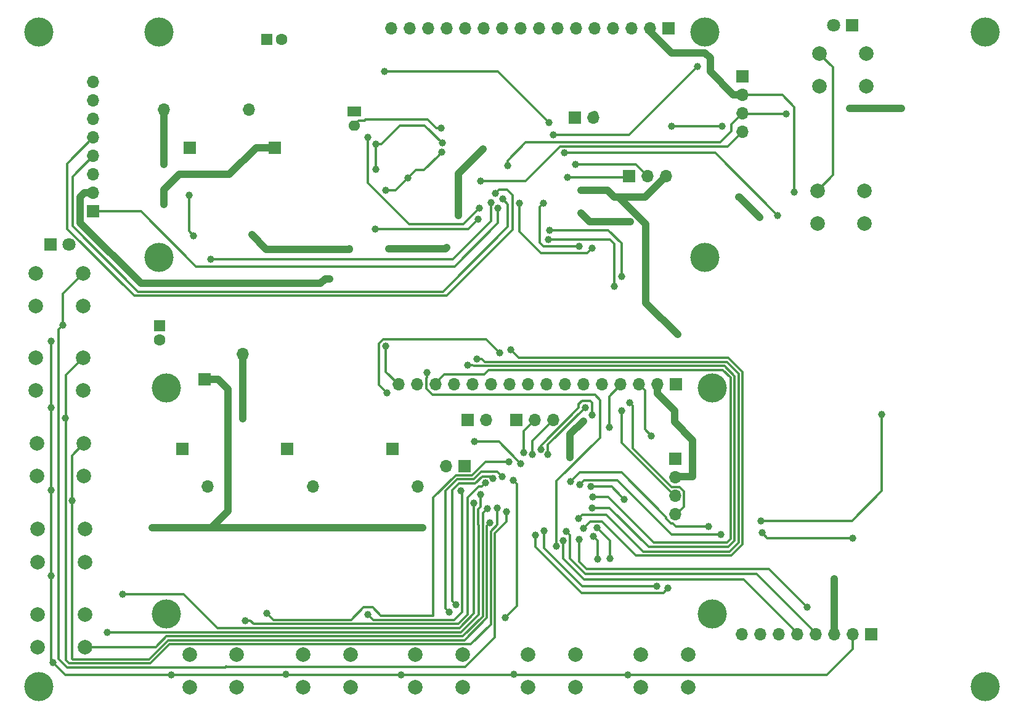
<source format=gbr>
G04 #@! TF.GenerationSoftware,KiCad,Pcbnew,(5.1.5-0-10_14)*
G04 #@! TF.CreationDate,2020-05-11T17:30:39+02:00*
G04 #@! TF.ProjectId,Main_Board_v1_1_smd,4d61696e-5f42-46f6-9172-645f76315f31,rev?*
G04 #@! TF.SameCoordinates,Original*
G04 #@! TF.FileFunction,Copper,L2,Bot*
G04 #@! TF.FilePolarity,Positive*
%FSLAX46Y46*%
G04 Gerber Fmt 4.6, Leading zero omitted, Abs format (unit mm)*
G04 Created by KiCad (PCBNEW (5.1.5-0-10_14)) date 2020-05-11 17:30:39*
%MOMM*%
%LPD*%
G04 APERTURE LIST*
%ADD10C,4.000000*%
%ADD11O,1.700000X1.700000*%
%ADD12R,1.700000X1.700000*%
%ADD13C,2.000000*%
%ADD14C,1.800000*%
%ADD15R,1.800000X1.800000*%
%ADD16R,1.900000X1.400000*%
%ADD17O,1.600000X1.400000*%
%ADD18C,1.600000*%
%ADD19R,1.600000X1.600000*%
%ADD20C,1.000000*%
%ADD21C,1.000000*%
%ADD22C,0.350000*%
G04 APERTURE END LIST*
D10*
X48857854Y-85869383D03*
X48857854Y-116869383D03*
X123857854Y-116869383D03*
X123857854Y-85869383D03*
D11*
X80757854Y-85369383D03*
X83297854Y-85369383D03*
X85837854Y-85369383D03*
X88377854Y-85369383D03*
X90917854Y-85369383D03*
X93457854Y-85369383D03*
X95997854Y-85369383D03*
X98537854Y-85369383D03*
X101077854Y-85369383D03*
X103617854Y-85369383D03*
X106157854Y-85369383D03*
X108697854Y-85369383D03*
X111237854Y-85369383D03*
X113777854Y-85369383D03*
X116317854Y-85369383D03*
D12*
X118857854Y-85369383D03*
D13*
X74157854Y-126969383D03*
X74157854Y-122469383D03*
X67657854Y-126969383D03*
X67657854Y-122469383D03*
D11*
X92847854Y-90269383D03*
D12*
X90307854Y-90269383D03*
D13*
X30957854Y-81669383D03*
X30957854Y-86169383D03*
X37457854Y-81669383D03*
X37457854Y-86169383D03*
X98557854Y-122469383D03*
X98557854Y-126969383D03*
X105057854Y-122469383D03*
X105057854Y-126969383D03*
X30957854Y-70069383D03*
X30957854Y-74569383D03*
X37457854Y-70069383D03*
X37457854Y-74569383D03*
X52057854Y-122469383D03*
X52057854Y-126969383D03*
X58557854Y-122469383D03*
X58557854Y-126969383D03*
X31157854Y-105269383D03*
X31157854Y-109769383D03*
X37657854Y-105269383D03*
X37657854Y-109769383D03*
X31057854Y-93469383D03*
X31057854Y-97969383D03*
X37557854Y-93469383D03*
X37557854Y-97969383D03*
X83057854Y-122469383D03*
X83057854Y-126969383D03*
X89557854Y-122469383D03*
X89557854Y-126969383D03*
X114057854Y-122469383D03*
X114057854Y-126969383D03*
X120557854Y-122469383D03*
X120557854Y-126969383D03*
X37657854Y-121469383D03*
X37657854Y-116969383D03*
X31157854Y-121469383D03*
X31157854Y-116969383D03*
D12*
X51057854Y-94219383D03*
D11*
X54557854Y-99419383D03*
D14*
X35497854Y-66069383D03*
D15*
X32957854Y-66069383D03*
D13*
X144830454Y-63207143D03*
X144830454Y-58707143D03*
X138330454Y-63207143D03*
X138330454Y-58707143D03*
X145077854Y-44379383D03*
X145077854Y-39879383D03*
X138577854Y-44379383D03*
X138577854Y-39879383D03*
D14*
X140550414Y-35937703D03*
D15*
X143090414Y-35937703D03*
D11*
X107505014Y-48652943D03*
D12*
X104965014Y-48652943D03*
D10*
X161357854Y-126869383D03*
X161357854Y-36869383D03*
D16*
X74728854Y-47855383D03*
D17*
X74728854Y-49755383D03*
D11*
X127941854Y-119737383D03*
X130481854Y-119737383D03*
X133021854Y-119737383D03*
X135561854Y-119737383D03*
X138101854Y-119737383D03*
X140641854Y-119737383D03*
X143181854Y-119737383D03*
D12*
X145721854Y-119737383D03*
D11*
X87267854Y-96619383D03*
D12*
X89807854Y-96619383D03*
D11*
X118797854Y-103227383D03*
X118797854Y-100687383D03*
X118797854Y-98147383D03*
D12*
X118797854Y-95607383D03*
D11*
X102037854Y-90269383D03*
X99497854Y-90269383D03*
D12*
X96957854Y-90269383D03*
X65483854Y-94219383D03*
D11*
X68983854Y-99419383D03*
D12*
X79909854Y-94219383D03*
D11*
X83409854Y-99419383D03*
D12*
X54157854Y-84669383D03*
D11*
X59357854Y-81169383D03*
X128000000Y-50620000D03*
X128000000Y-48080000D03*
X128000000Y-45540000D03*
D12*
X128000000Y-43000000D03*
D11*
X38787854Y-43791383D03*
X38787854Y-46331383D03*
X38787854Y-48871383D03*
X38787854Y-51411383D03*
X38787854Y-53951383D03*
X38787854Y-56491383D03*
X38787854Y-59031383D03*
D12*
X38787854Y-61571383D03*
D11*
X117532934Y-56694583D03*
X114992934Y-56694583D03*
D12*
X112452934Y-56694583D03*
X63750974Y-52782983D03*
D11*
X60250974Y-47582983D03*
D12*
X52066974Y-52782983D03*
D11*
X48566974Y-47582983D03*
D18*
X47957854Y-79269383D03*
D19*
X47957854Y-77269383D03*
D18*
X64663854Y-37949383D03*
D19*
X62663854Y-37949383D03*
D10*
X47857854Y-36869383D03*
X47857854Y-67869383D03*
X122857854Y-67869383D03*
X122857854Y-36869383D03*
D11*
X79757854Y-36369383D03*
X82297854Y-36369383D03*
X84837854Y-36369383D03*
X87377854Y-36369383D03*
X89917854Y-36369383D03*
X92457854Y-36369383D03*
X94997854Y-36369383D03*
X97537854Y-36369383D03*
X100077854Y-36369383D03*
X102617854Y-36369383D03*
X105157854Y-36369383D03*
X107697854Y-36369383D03*
X110237854Y-36369383D03*
X112777854Y-36369383D03*
X115317854Y-36369383D03*
D12*
X117857854Y-36369383D03*
D10*
X31357854Y-36869383D03*
X31357854Y-126869383D03*
D20*
X48526214Y-60611263D03*
X149872214Y-47408343D03*
X142750054Y-47408343D03*
X130405653Y-62394342D03*
X92379494Y-52991263D03*
X105843854Y-58675783D03*
X55057854Y-105069383D03*
X84057854Y-105069383D03*
X75857854Y-105069383D03*
X69557854Y-105069383D03*
X61357854Y-105069383D03*
X46957854Y-105069383D03*
X94657854Y-81019383D03*
X79157854Y-86519383D03*
X140641854Y-112085383D03*
X127528196Y-59599041D03*
X89007854Y-62169381D03*
X110407854Y-59569379D03*
X119107852Y-78469383D03*
X86626214Y-50146463D03*
X48546534Y-55104543D03*
X112507854Y-87869383D03*
X117807852Y-113369383D03*
X111407854Y-70519383D03*
X101531755Y-64132038D03*
X99607854Y-106046533D03*
X111407854Y-88969383D03*
X116257850Y-113069383D03*
X110385152Y-71831869D03*
X101357854Y-65469383D03*
X100807854Y-105469383D03*
X52625774Y-64934343D03*
X51957854Y-59369383D03*
X82044054Y-56979063D03*
X79021454Y-58645303D03*
X86699670Y-53435724D03*
X77654934Y-52281343D03*
X86773534Y-52137823D03*
X77657852Y-55769383D03*
X105107854Y-55069383D03*
X103957854Y-56919385D03*
X132864374Y-62109863D03*
X103557854Y-53519383D03*
X118307854Y-49819383D03*
X125207854Y-49819385D03*
X102057854Y-51069383D03*
X121857853Y-41669383D03*
X97357854Y-60469385D03*
X107357854Y-66619381D03*
X100657854Y-60469383D03*
X105607854Y-66344393D03*
X54957854Y-68169383D03*
X93457854Y-60369381D03*
X76511934Y-51380903D03*
X91907852Y-61119383D03*
X42857854Y-114219385D03*
X91157854Y-101669383D03*
X135175774Y-58955183D03*
X105843854Y-61779663D03*
X112648699Y-62978538D03*
X79457854Y-66669383D03*
X87357854Y-66569383D03*
X71307854Y-70819383D03*
X60647094Y-64787023D03*
X73997334Y-66727583D03*
X77609214Y-63953903D03*
X91707854Y-62619383D03*
X94107854Y-59069383D03*
X95107854Y-59869383D03*
X92057854Y-57369383D03*
X134078494Y-48124623D03*
X95757854Y-55269383D03*
X59357854Y-90069383D03*
X104357854Y-95369383D03*
X33007854Y-79419377D03*
X33007854Y-88519383D03*
X33007854Y-111669383D03*
X33007854Y-99869383D03*
X49507855Y-125269382D03*
X65307854Y-125219383D03*
X96657854Y-125169383D03*
X112307854Y-125269383D03*
X81107854Y-125269383D03*
X118707854Y-90519383D03*
X33307854Y-123619383D03*
X106168212Y-90410941D03*
X107207854Y-99419383D03*
X111807854Y-101169383D03*
X107507854Y-106219383D03*
X108107852Y-109369383D03*
X108007854Y-105069383D03*
X109807854Y-109269383D03*
X94457854Y-61119391D03*
X103428177Y-106873663D03*
X103807854Y-105569383D03*
X136907854Y-115969383D03*
X105591813Y-106634223D03*
X143207854Y-106519383D03*
X130707854Y-105769385D03*
X125063373Y-105992025D03*
X105657854Y-99119383D03*
X147157854Y-89519383D03*
X130547862Y-104106015D03*
X123407854Y-104919383D03*
X104432059Y-98729519D03*
X98007854Y-94719383D03*
X99192460Y-95012018D03*
X91207854Y-93219383D03*
X97557854Y-96219383D03*
X78879214Y-42292783D03*
X101457854Y-49369385D03*
X79007854Y-80119383D03*
X115507854Y-92419383D03*
X106457854Y-88519383D03*
X101307854Y-95019383D03*
X109707854Y-91269383D03*
X107407854Y-89569383D03*
X100307854Y-94319383D03*
X96157852Y-80569383D03*
X106157856Y-105119383D03*
X105507854Y-103769383D03*
X91507854Y-81819383D03*
X90257854Y-82669383D03*
X107407854Y-102319383D03*
X107471626Y-100863989D03*
X84707854Y-83719383D03*
X102470859Y-107597245D03*
X93357854Y-104369377D03*
X35907854Y-101369385D03*
X35007854Y-89969383D03*
X94369618Y-102389321D03*
X95432854Y-117419383D03*
X96507854Y-98569383D03*
X87757854Y-116669383D03*
X95007846Y-98019383D03*
X93719064Y-98250645D03*
X88632844Y-115669387D03*
X34607854Y-77219383D03*
X95607854Y-102869381D03*
X92957854Y-102419387D03*
X40757854Y-119419379D03*
X92057854Y-100519383D03*
X76557854Y-116994393D03*
X89307854Y-100019383D03*
X59707854Y-117819383D03*
X92690858Y-98869370D03*
X62707854Y-116819383D03*
X95957854Y-96019383D03*
D21*
X107697854Y-48272143D02*
X107591374Y-48378623D01*
X50614094Y-56476143D02*
X48526214Y-58564023D01*
X57512734Y-56476143D02*
X50614094Y-56476143D01*
X61205894Y-52782983D02*
X57512734Y-56476143D01*
X48526214Y-58564023D02*
X48526214Y-60611263D01*
X63750974Y-52782983D02*
X61205894Y-52782983D01*
X149872214Y-47408343D02*
X142750054Y-47408343D01*
D22*
X140477855Y-56559742D02*
X140477855Y-41742704D01*
X138330454Y-58707143D02*
X140477855Y-56559742D01*
X140477855Y-41742704D02*
X138655574Y-39920423D01*
D21*
X56007854Y-84669383D02*
X57357854Y-86019383D01*
X54157854Y-84669383D02*
X56007854Y-84669383D01*
X57357854Y-86019383D02*
X57357854Y-102769383D01*
X57357854Y-102769383D02*
X55057854Y-105069383D01*
X55057854Y-105069383D02*
X84057854Y-105069383D01*
X46957854Y-105069383D02*
X55057854Y-105069383D01*
X140641854Y-119737383D02*
X140641854Y-112085383D01*
X130405653Y-62394342D02*
X127610352Y-59599041D01*
X127610352Y-59599041D02*
X127528196Y-59599041D01*
D22*
X92782853Y-79144382D02*
X78663851Y-79144382D01*
X78082852Y-79725381D02*
X78082852Y-85444381D01*
X78663851Y-79144382D02*
X78082852Y-79725381D01*
X78082852Y-85444381D02*
X79157854Y-86519383D01*
X94657854Y-81019383D02*
X92782853Y-79144382D01*
D21*
X89007854Y-56362903D02*
X89007854Y-62169381D01*
X92379494Y-52991263D02*
X89007854Y-56362903D01*
X105843854Y-58675783D02*
X109514258Y-58675783D01*
X109514258Y-58675783D02*
X110407854Y-59569379D01*
X114658138Y-59569379D02*
X110407854Y-59569379D01*
X117532934Y-56694583D02*
X114658138Y-59569379D01*
X111044250Y-59569379D02*
X110407854Y-59569379D01*
X114757854Y-63282983D02*
X111044250Y-59569379D01*
X114757854Y-74119385D02*
X114757854Y-63282983D01*
X119107852Y-78469383D02*
X114757854Y-74119385D01*
D22*
X75297893Y-49130384D02*
X74647574Y-49780703D01*
X76138855Y-49130384D02*
X75297893Y-49130384D01*
X76253855Y-49015384D02*
X76138855Y-49130384D01*
X76253855Y-48942503D02*
X76253855Y-49015384D01*
X84785858Y-48942503D02*
X76253855Y-48942503D01*
X85989818Y-50146463D02*
X84785858Y-48942503D01*
X86626214Y-50146463D02*
X85989818Y-50146463D01*
D21*
X48566974Y-55084103D02*
X48546534Y-55104543D01*
X48566974Y-47582983D02*
X48566974Y-55084103D01*
D22*
X120022855Y-100099382D02*
X120022855Y-102154382D01*
X119385855Y-99462382D02*
X120022855Y-100099382D01*
X112957853Y-94119382D02*
X118300853Y-99462382D01*
X118300853Y-99462382D02*
X119385855Y-99462382D01*
X112957853Y-88319382D02*
X112957853Y-94119382D01*
X112507854Y-87869383D02*
X112957853Y-88319382D01*
X120022855Y-102154382D02*
X118857854Y-103319383D01*
X111407854Y-70519383D02*
X111407854Y-65942313D01*
X102238861Y-64132038D02*
X101531755Y-64132038D01*
X109597579Y-64132038D02*
X102238861Y-64132038D01*
X111407854Y-65942313D02*
X109597579Y-64132038D01*
X99607854Y-106753639D02*
X99607854Y-106046533D01*
X117807852Y-113369383D02*
X117157853Y-114019382D01*
X117157853Y-114019382D02*
X105907853Y-114019382D01*
X99607854Y-107719383D02*
X99607854Y-106753639D01*
X105907853Y-114019382D02*
X99607854Y-107719383D01*
X111407854Y-88969383D02*
X111407854Y-93369383D01*
X111407854Y-93369383D02*
X118707854Y-100669383D01*
X109857854Y-65469383D02*
X101357854Y-65469383D01*
X110385152Y-65996681D02*
X109857854Y-65469383D01*
X110385152Y-71831869D02*
X110385152Y-65996681D01*
X116257850Y-113069383D02*
X106007854Y-113069383D01*
X100807854Y-106176489D02*
X100807854Y-105469383D01*
X106007854Y-113069383D02*
X100807854Y-107869383D01*
X100807854Y-107869383D02*
X100807854Y-106176489D01*
X52625774Y-64934343D02*
X51957854Y-64266423D01*
X51957854Y-64266423D02*
X51957854Y-59369383D01*
X80377814Y-58645303D02*
X79021454Y-58645303D01*
X82044054Y-56979063D02*
X80377814Y-58645303D01*
X86249671Y-53885723D02*
X86249671Y-53885966D01*
X86699670Y-53435724D02*
X86249671Y-53885723D01*
X86249671Y-53885966D02*
X84299574Y-55836063D01*
X83187054Y-55836063D02*
X82044054Y-56979063D01*
X84299574Y-55836063D02*
X83187054Y-55836063D01*
X77665094Y-52271183D02*
X77654934Y-52281343D01*
X78395334Y-52271183D02*
X77665094Y-52271183D01*
X80936614Y-49729903D02*
X78395334Y-52271183D01*
X84365614Y-49729903D02*
X80936614Y-49729903D01*
X86773534Y-52137823D02*
X84365614Y-49729903D01*
X77654934Y-55766465D02*
X77657852Y-55769383D01*
X77654934Y-52281343D02*
X77654934Y-55766465D01*
X114992934Y-56694583D02*
X113367734Y-55069383D01*
X113367734Y-55069383D02*
X105107854Y-55069383D01*
X104664960Y-56919385D02*
X103957854Y-56919385D01*
X112457853Y-56769382D02*
X112307850Y-56919385D01*
X112307850Y-56919385D02*
X104664960Y-56919385D01*
X124273894Y-53519383D02*
X103557854Y-53519383D01*
X132864374Y-62109863D02*
X124273894Y-53519383D01*
X125207852Y-49819383D02*
X125207854Y-49819385D01*
X118307854Y-49819383D02*
X125207852Y-49819383D01*
X102057854Y-51069383D02*
X112457853Y-51069383D01*
X121357854Y-42169382D02*
X121857853Y-41669383D01*
X112457853Y-51069383D02*
X121357854Y-42169382D01*
X97357854Y-60469385D02*
X97357854Y-64319383D01*
X97357854Y-64319383D02*
X100307853Y-67269382D01*
X100307853Y-67269382D02*
X106707853Y-67269382D01*
X106707853Y-67269382D02*
X106857855Y-67119380D01*
X106857855Y-67119380D02*
X107357854Y-66619381D01*
X100657854Y-60469383D02*
X100157855Y-60969382D01*
X100157855Y-65830543D02*
X100671705Y-66344393D01*
X100157855Y-60969382D02*
X100157855Y-65830543D01*
X100671705Y-66344393D02*
X104900748Y-66344393D01*
X104900748Y-66344393D02*
X105607854Y-66344393D01*
X93457854Y-62927387D02*
X93457854Y-60369381D01*
X88215858Y-68169383D02*
X93457854Y-62927387D01*
X54957854Y-68169383D02*
X88215858Y-68169383D01*
X89682841Y-63344394D02*
X91907852Y-61119383D01*
X76511934Y-57652785D02*
X82203543Y-63344394D01*
X76511934Y-51380903D02*
X76511934Y-57652785D01*
X82203543Y-63344394D02*
X89682841Y-63344394D01*
X91157854Y-101669383D02*
X91107854Y-101619383D01*
X89144912Y-118869372D02*
X91157854Y-116856430D01*
X55857843Y-118869372D02*
X89144912Y-118869372D01*
X91157854Y-116856430D02*
X91157854Y-101669383D01*
X51207856Y-114219385D02*
X55857843Y-118869372D01*
X42857854Y-114219385D02*
X51207856Y-114219385D01*
D21*
X87257854Y-66669383D02*
X87357854Y-66569383D01*
X79457854Y-66669383D02*
X87257854Y-66669383D01*
X107042729Y-62978538D02*
X105843854Y-61779663D01*
X112648699Y-62978538D02*
X107042729Y-62978538D01*
D22*
X133507854Y-45569383D02*
X128007854Y-45569383D01*
X135175774Y-47237303D02*
X133507854Y-45569383D01*
X135175774Y-58955183D02*
X135175774Y-47237303D01*
D21*
X70671458Y-70819383D02*
X71307854Y-70819383D01*
X70021458Y-71469383D02*
X70671458Y-70819383D01*
X37585773Y-59031383D02*
X37037853Y-59579303D01*
X45365852Y-71469383D02*
X70021458Y-71469383D01*
X37037853Y-63141384D02*
X45365852Y-71469383D01*
X37037853Y-59579303D02*
X37037853Y-63141384D01*
X38787854Y-59031383D02*
X37585773Y-59031383D01*
X115257854Y-36729385D02*
X115257854Y-36369383D01*
X118297852Y-39769383D02*
X115257854Y-36729385D01*
X122907854Y-39769383D02*
X118297852Y-39769383D01*
X123607854Y-42349935D02*
X123607854Y-40469383D01*
X123607854Y-40469383D02*
X122907854Y-39769383D01*
X126797919Y-45540000D02*
X123607854Y-42349935D01*
X128000000Y-45540000D02*
X126797919Y-45540000D01*
X73971934Y-66752983D02*
X73997334Y-66727583D01*
X62613054Y-66752983D02*
X73971934Y-66752983D01*
X60647094Y-64787023D02*
X62613054Y-66752983D01*
D22*
X77609214Y-63953903D02*
X90373334Y-63953903D01*
X90373334Y-63953903D02*
X91707854Y-62619383D01*
X94607853Y-58569384D02*
X94107854Y-59069383D01*
X95657855Y-58569384D02*
X94607853Y-58569384D01*
X96432851Y-59344380D02*
X95657855Y-58569384D01*
X96432851Y-64097940D02*
X96432851Y-59344380D01*
X87361397Y-73169394D02*
X96432851Y-64097940D01*
X44427025Y-73169394D02*
X87361397Y-73169394D01*
X35212833Y-63955202D02*
X44427025Y-73169394D01*
X35212833Y-54986404D02*
X35212833Y-63955202D01*
X38787854Y-51411383D02*
X35212833Y-54986404D01*
X95807854Y-60569383D02*
X95107854Y-59869383D01*
X87621894Y-71848223D02*
X95807854Y-63662263D01*
X95807854Y-63662263D02*
X95807854Y-60569383D01*
X87621894Y-71905343D02*
X87621894Y-71848223D01*
X44995559Y-72619383D02*
X86907854Y-72619383D01*
X35962843Y-56776394D02*
X35962843Y-63586667D01*
X86907854Y-72619383D02*
X87621894Y-71905343D01*
X35962843Y-63586667D02*
X44995559Y-72619383D01*
X38787854Y-53951383D02*
X35962843Y-56776394D01*
X92764960Y-57369383D02*
X92057854Y-57369383D01*
X102954702Y-52619372D02*
X98204691Y-57369383D01*
X128000000Y-50620000D02*
X126000628Y-52619372D01*
X98204691Y-57369383D02*
X92764960Y-57369383D01*
X126000628Y-52619372D02*
X102954702Y-52619372D01*
X134078494Y-48124623D02*
X128007894Y-48124623D01*
X126482855Y-49597145D02*
X128000000Y-48080000D01*
X126482855Y-50539384D02*
X126482855Y-49597145D01*
X124952878Y-52069361D02*
X126482855Y-50539384D01*
X98250770Y-52069361D02*
X124952878Y-52069361D01*
X95757854Y-54562277D02*
X98250770Y-52069361D01*
X95757854Y-55269383D02*
X95757854Y-54562277D01*
D21*
X59357854Y-81169383D02*
X59357854Y-90069383D01*
D22*
X143181854Y-119737383D02*
X143181854Y-121745383D01*
X33007854Y-123319383D02*
X33007854Y-79419383D01*
X143181854Y-121745383D02*
X139657855Y-125269382D01*
X34957853Y-125269382D02*
X33007854Y-123319383D01*
X49507855Y-125269382D02*
X34957853Y-125269382D01*
X139657855Y-125269382D02*
X49507855Y-125269382D01*
D21*
X116317854Y-86571464D02*
X118707854Y-88961464D01*
X116317854Y-85369383D02*
X116317854Y-86571464D01*
X118707854Y-88961464D02*
X118707854Y-90519383D01*
X121207854Y-98069383D02*
X121207854Y-93019383D01*
X121207854Y-93019383D02*
X118707854Y-90519383D01*
X118875854Y-98069383D02*
X121207854Y-98069383D01*
X118797854Y-98147383D02*
X118875854Y-98069383D01*
X104357854Y-92221299D02*
X106168212Y-90410941D01*
X104357854Y-95369383D02*
X104357854Y-92221299D01*
D22*
X111307855Y-100669384D02*
X111807854Y-101169383D01*
X110057854Y-99419383D02*
X111307855Y-100669384D01*
X107207854Y-99419383D02*
X110057854Y-99419383D01*
X107507854Y-106219383D02*
X108107852Y-106819381D01*
X108107852Y-106819381D02*
X108107852Y-109369383D01*
X108007854Y-105069383D02*
X109807854Y-106869383D01*
X109807854Y-106869383D02*
X109807854Y-109269383D01*
X83923654Y-69130423D02*
X88475334Y-69130423D01*
X52929896Y-69130423D02*
X88475334Y-69130423D01*
X45370856Y-61571383D02*
X52929896Y-69130423D01*
X38787854Y-61571383D02*
X45370856Y-61571383D01*
X94457854Y-63147903D02*
X94457854Y-61826497D01*
X88475334Y-69130423D02*
X94457854Y-63147903D01*
X94457854Y-61826497D02*
X94457854Y-61119391D01*
X106282852Y-112144381D02*
X103428177Y-109289706D01*
X135657854Y-119619383D02*
X128182852Y-112144381D01*
X103428177Y-107580769D02*
X103428177Y-106873663D01*
X103428177Y-109289706D02*
X103428177Y-107580769D01*
X128182852Y-112144381D02*
X106282852Y-112144381D01*
X129957854Y-111419383D02*
X106407854Y-111419383D01*
X138157854Y-119619383D02*
X129957854Y-111419383D01*
X104307853Y-109319382D02*
X104307853Y-106069382D01*
X106407854Y-111419383D02*
X104307853Y-109319382D01*
X104307853Y-106069382D02*
X103807854Y-105569383D01*
X136907854Y-115969383D02*
X131707854Y-110769383D01*
X106636852Y-110769383D02*
X105591813Y-109724344D01*
X131707854Y-110769383D02*
X106636852Y-110769383D01*
X105591813Y-107341329D02*
X105591813Y-106634223D01*
X105591813Y-109724344D02*
X105591813Y-107341329D01*
X131457852Y-106519383D02*
X130707854Y-105769385D01*
X143207854Y-106519383D02*
X131457852Y-106519383D01*
X106257853Y-98519384D02*
X106157853Y-98619384D01*
X110857855Y-98519384D02*
X106257853Y-98519384D01*
X118330496Y-105992025D02*
X110857855Y-98519384D01*
X106157853Y-98619384D02*
X105657854Y-99119383D01*
X125063373Y-105992025D02*
X118330496Y-105992025D01*
X143071222Y-104106015D02*
X130547862Y-104106015D01*
X147157854Y-100019383D02*
X143071222Y-104106015D01*
X147157854Y-89519383D02*
X147157854Y-100019383D01*
X104932058Y-98229520D02*
X104432059Y-98729519D01*
X123407854Y-104919383D02*
X118907854Y-104919383D01*
X117572853Y-103815384D02*
X117572853Y-103584382D01*
X118209853Y-104452384D02*
X117572853Y-103815384D01*
X117572853Y-103584382D02*
X111457853Y-97469382D01*
X118440855Y-104452384D02*
X118209853Y-104452384D01*
X105692196Y-97469382D02*
X104932058Y-98229520D01*
X111457853Y-97469382D02*
X105692196Y-97469382D01*
X118907854Y-104919383D02*
X118440855Y-104452384D01*
X98007854Y-94012277D02*
X98007854Y-94719383D01*
X98007854Y-91769383D02*
X98007854Y-94012277D01*
X99507854Y-90269383D02*
X98007854Y-91769383D01*
X102057854Y-90269383D02*
X99192460Y-93134777D01*
X99192460Y-93134777D02*
X99192460Y-94304912D01*
X99192460Y-94304912D02*
X99192460Y-95012018D01*
X97057855Y-95719384D02*
X97557854Y-96219383D01*
X91207854Y-93219383D02*
X94557854Y-93219383D01*
X94557854Y-93219383D02*
X97057855Y-95719384D01*
X94381254Y-42292783D02*
X101457854Y-49369383D01*
X78879214Y-42292783D02*
X94381254Y-42292783D01*
X79007854Y-83619383D02*
X79007854Y-80119383D01*
X80757854Y-85369383D02*
X79007854Y-83619383D01*
X114627853Y-86219382D02*
X114627853Y-91539382D01*
X113777854Y-85369383D02*
X114627853Y-86219382D01*
X114627853Y-91539382D02*
X115507854Y-92419383D01*
X106457854Y-88519383D02*
X101307854Y-93669383D01*
X101307854Y-93669383D02*
X101307854Y-95019383D01*
X109707854Y-91269383D02*
X109707854Y-87019383D01*
X109707854Y-87019383D02*
X111207854Y-85519383D01*
X100307854Y-93762277D02*
X100307854Y-94319383D01*
X106013852Y-87594381D02*
X105532852Y-88075381D01*
X107407854Y-87891566D02*
X107110669Y-87594381D01*
X105532852Y-88537279D02*
X100307854Y-93762277D01*
X107407854Y-89569383D02*
X107407854Y-87891566D01*
X107110669Y-87594381D02*
X106013852Y-87594381D01*
X105532852Y-88075381D02*
X105532852Y-88537279D01*
X107107856Y-104169383D02*
X106157856Y-105119383D01*
X108717858Y-104169383D02*
X107107856Y-104169383D01*
X113417869Y-108869394D02*
X108717858Y-104169383D01*
X126507843Y-108869394D02*
X113417869Y-108869394D01*
X128057854Y-107319383D02*
X126507843Y-108869394D01*
X128057854Y-83669382D02*
X128057854Y-107319383D01*
X126107855Y-81719383D02*
X128057854Y-83669382D01*
X96157852Y-80569383D02*
X97307852Y-81719383D01*
X97307852Y-81719383D02*
X126107855Y-81719383D01*
X92214960Y-81819383D02*
X91507854Y-81819383D01*
X125880033Y-82269394D02*
X92664971Y-82269394D01*
X92664971Y-82269394D02*
X92214960Y-81819383D01*
X127507843Y-107075060D02*
X127507843Y-83897204D01*
X114357854Y-108319383D02*
X126263520Y-108319383D01*
X109307855Y-103269384D02*
X114357854Y-108319383D01*
X127507843Y-83897204D02*
X125880033Y-82269394D01*
X126263520Y-108319383D02*
X127507843Y-107075060D01*
X106007853Y-103269384D02*
X109307855Y-103269384D01*
X105507854Y-103769383D02*
X106007853Y-103269384D01*
X115157854Y-107719383D02*
X109757854Y-102319383D01*
X109757854Y-102319383D02*
X108114960Y-102319383D01*
X126085687Y-107719383D02*
X115157854Y-107719383D01*
X126957832Y-106847238D02*
X126085687Y-107719383D01*
X126957832Y-84191528D02*
X126957832Y-106847238D01*
X91114982Y-82819405D02*
X125585709Y-82819405D01*
X108114960Y-102319383D02*
X107407854Y-102319383D01*
X125585709Y-82819405D02*
X126957832Y-84191528D01*
X90964960Y-82669383D02*
X91114982Y-82819405D01*
X90257854Y-82669383D02*
X90964960Y-82669383D01*
X109602460Y-100863989D02*
X108178732Y-100863989D01*
X125907854Y-107119383D02*
X115857854Y-107119383D01*
X126407821Y-106619416D02*
X125907854Y-107119383D01*
X115857854Y-107119383D02*
X109602460Y-100863989D01*
X126407821Y-84419350D02*
X126407821Y-106619416D01*
X125357887Y-83369416D02*
X126407821Y-84419350D01*
X93154656Y-83369416D02*
X125357887Y-83369416D01*
X108178732Y-100863989D02*
X107471626Y-100863989D01*
X87082842Y-83944395D02*
X92579677Y-83944395D01*
X92579677Y-83944395D02*
X93154656Y-83369416D01*
X85807854Y-85219383D02*
X87082842Y-83944395D01*
X107757864Y-86791562D02*
X108457854Y-87491552D01*
X84612853Y-85957384D02*
X85447031Y-86791562D01*
X108457854Y-92675505D02*
X102470859Y-98662500D01*
X84612853Y-84521490D02*
X84612853Y-85957384D01*
X84707854Y-84426489D02*
X84612853Y-84521490D01*
X85447031Y-86791562D02*
X107757864Y-86791562D01*
X84707854Y-83719383D02*
X84707854Y-84426489D01*
X102470859Y-98662500D02*
X102470859Y-106890139D01*
X108457854Y-87491552D02*
X108457854Y-92675505D01*
X102470859Y-106890139D02*
X102470859Y-107597245D01*
X89828378Y-120519405D02*
X92895288Y-117452495D01*
X35907854Y-123119383D02*
X35957865Y-123169394D01*
X37557854Y-93469383D02*
X35907854Y-95119383D01*
X35907854Y-95119383D02*
X35907854Y-123119383D01*
X35957865Y-123169394D02*
X46463508Y-123169394D01*
X46463508Y-123169394D02*
X49113497Y-120519405D01*
X49113497Y-120519405D02*
X89828378Y-120519405D01*
X92895288Y-117452495D02*
X92895288Y-104831943D01*
X92895288Y-104831943D02*
X93357854Y-104369377D01*
X93445299Y-105576942D02*
X94369618Y-104652623D01*
X93445299Y-118331944D02*
X93445299Y-105576942D01*
X90682861Y-121094382D02*
X93445299Y-118331944D01*
X46691330Y-123719405D02*
X49316353Y-121094382D01*
X49316353Y-121094382D02*
X90682861Y-121094382D01*
X35457876Y-123719405D02*
X46691330Y-123719405D01*
X94369618Y-103096427D02*
X94369618Y-102389321D01*
X94369618Y-104652623D02*
X94369618Y-103096427D01*
X35032853Y-123294382D02*
X35457876Y-123719405D01*
X35032853Y-84094384D02*
X35032853Y-123294382D01*
X37457854Y-81669383D02*
X35032853Y-84094384D01*
X97007853Y-99069382D02*
X96507854Y-98569383D01*
X97057853Y-99119382D02*
X97007853Y-99069382D01*
X97057853Y-115794384D02*
X97057853Y-99119382D01*
X95432854Y-117419383D02*
X97057853Y-115794384D01*
X94507847Y-97519384D02*
X95007846Y-98019383D01*
X87257855Y-99996545D02*
X88860005Y-98394395D01*
X87257855Y-116169384D02*
X87257855Y-99996545D01*
X92116735Y-97375643D02*
X94364106Y-97375643D01*
X88860005Y-98394395D02*
X91097983Y-98394395D01*
X87757854Y-116669383D02*
X87257855Y-116169384D01*
X91097983Y-98394395D02*
X92116735Y-97375643D01*
X94364106Y-97375643D02*
X94507847Y-97519384D01*
X88132845Y-115169388D02*
X88632844Y-115669387D01*
X92275841Y-97994370D02*
X91300828Y-98969383D01*
X93719064Y-98250645D02*
X93462789Y-97994370D01*
X93462789Y-97994370D02*
X92275841Y-97994370D01*
X89062850Y-98969383D02*
X88132845Y-99899388D01*
X91300828Y-98969383D02*
X89062850Y-98969383D01*
X88132845Y-99899388D02*
X88132845Y-115169388D01*
X57007854Y-124219383D02*
X57107854Y-124119383D01*
X37457854Y-70069383D02*
X34607854Y-72919383D01*
X34607854Y-72919383D02*
X34607854Y-77219383D01*
X95607854Y-103576487D02*
X95607854Y-102869381D01*
X57007854Y-124219383D02*
X89907854Y-124219383D01*
X93995310Y-120131927D02*
X93995310Y-105831927D01*
X89907854Y-124219383D02*
X93995310Y-120131927D01*
X93995310Y-105831927D02*
X95607854Y-104219383D01*
X95607854Y-104219383D02*
X95607854Y-103576487D01*
X34057854Y-123119383D02*
X34057854Y-77769383D01*
X35207887Y-124269416D02*
X34057854Y-123119383D01*
X34057854Y-77769383D02*
X34607854Y-77219383D01*
X56957821Y-124269416D02*
X35207887Y-124269416D01*
X57007854Y-124219383D02*
X56957821Y-124269416D01*
X92345277Y-117224673D02*
X92345277Y-103031964D01*
X37657854Y-121469383D02*
X47385686Y-121469383D01*
X89600556Y-119969394D02*
X92345277Y-117224673D01*
X92345277Y-103031964D02*
X92457855Y-102919386D01*
X47385686Y-121469383D02*
X48885675Y-119969394D01*
X48885675Y-119969394D02*
X89600556Y-119969394D01*
X92457855Y-102919386D02*
X92957854Y-102419387D01*
X41464960Y-119419379D02*
X40757854Y-119419379D01*
X91795266Y-116996851D02*
X89372738Y-119419379D01*
X91732841Y-104617207D02*
X91795266Y-104679632D01*
X89372738Y-119419379D02*
X41464960Y-119419379D01*
X91732841Y-102544396D02*
X91732841Y-104617207D01*
X91795266Y-104679632D02*
X91795266Y-116996851D01*
X92057854Y-102219383D02*
X91732841Y-102544396D01*
X92057854Y-100519383D02*
X92057854Y-102219383D01*
X89507854Y-100219383D02*
X89307854Y-100019383D01*
X88407854Y-117719383D02*
X89507854Y-116619383D01*
X77282844Y-117719383D02*
X88407854Y-117719383D01*
X76557854Y-116994393D02*
X77282844Y-117719383D01*
X89507854Y-116619383D02*
X89507854Y-100219383D01*
X90257854Y-100919383D02*
X91807868Y-99369369D01*
X59707854Y-117819383D02*
X60414960Y-117819383D01*
X60864971Y-118269394D02*
X88967057Y-118269394D01*
X92190859Y-99369369D02*
X92690858Y-98869370D01*
X60414960Y-117819383D02*
X60864971Y-118269394D01*
X90257854Y-116978597D02*
X90257854Y-100919383D01*
X91807868Y-99369369D02*
X92190859Y-99369369D01*
X88967057Y-118269394D02*
X90257854Y-116978597D01*
X62707854Y-116819383D02*
X63607854Y-117719383D01*
X63607854Y-117719383D02*
X74257854Y-117719383D01*
X90870161Y-97844384D02*
X92695162Y-96019383D01*
X75957854Y-116019383D02*
X77207854Y-116019383D01*
X77207854Y-116019383D02*
X78357854Y-117169383D01*
X78357854Y-117169383D02*
X85557854Y-117169383D01*
X74257854Y-117719383D02*
X75957854Y-116019383D01*
X92695162Y-96019383D02*
X95957854Y-96019383D01*
X88632183Y-97844384D02*
X90870161Y-97844384D01*
X85557854Y-117169383D02*
X85557854Y-100918713D01*
X85557854Y-100918713D02*
X88632183Y-97844384D01*
M02*

</source>
